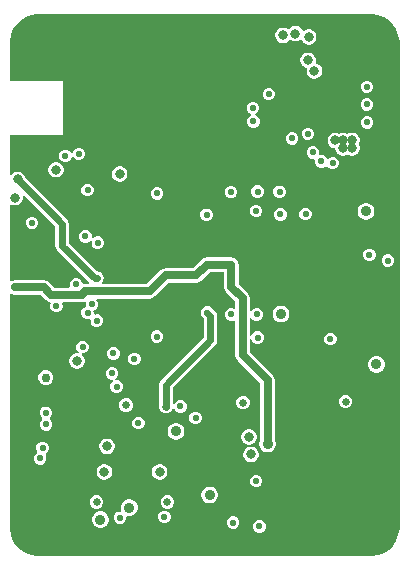
<source format=gbr>
%TF.GenerationSoftware,Altium Limited,Altium Designer,23.9.2 (47)*%
G04 Layer_Physical_Order=2*
G04 Layer_Color=36540*
%FSLAX45Y45*%
%MOMM*%
%TF.SameCoordinates,C6D65D71-24B2-464F-8DE7-77A712877E08*%
%TF.FilePolarity,Positive*%
%TF.FileFunction,Copper,L2,Inr,Signal*%
%TF.Part,Single*%
G01*
G75*
%TA.AperFunction,Conductor*%
%ADD42C,0.62000*%
%ADD45C,0.45000*%
%ADD50C,0.70000*%
%TA.AperFunction,ComponentPad*%
%ADD56C,4.00000*%
%ADD57O,1.15800X2.31600*%
%ADD58O,1.20000X2.40000*%
%ADD59C,0.60000*%
%ADD60C,0.63000*%
%TA.AperFunction,ViaPad*%
%ADD61C,0.55000*%
%ADD62C,0.80000*%
%ADD63C,0.50000*%
%ADD64C,0.90000*%
%ADD65C,0.65000*%
%ADD66C,0.75000*%
G36*
X3195089Y4707739D02*
X3241314Y4688592D01*
X3282916Y4660795D01*
X3318295Y4625416D01*
X3346092Y4583814D01*
X3365239Y4537589D01*
X3375000Y4488517D01*
Y4463500D01*
Y376500D01*
Y351483D01*
X3365239Y302411D01*
X3346092Y256186D01*
X3318295Y214585D01*
X3282916Y179205D01*
X3241314Y151408D01*
X3195089Y132261D01*
X3146017Y122500D01*
X329000D01*
X303983Y122500D01*
X254911Y132261D01*
X208686Y151408D01*
X167085Y179205D01*
X131706Y214585D01*
X103908Y256186D01*
X84761Y302411D01*
X75000Y351483D01*
Y376500D01*
Y2342037D01*
X87700Y2348825D01*
X95813Y2343405D01*
X119380Y2338717D01*
X338570D01*
X383233Y2294054D01*
X403212Y2280705D01*
X414195Y2278520D01*
X421466Y2264125D01*
X417000Y2253342D01*
Y2232298D01*
X425054Y2212855D01*
X439935Y2197974D01*
X459378Y2189920D01*
X480422D01*
X499865Y2197974D01*
X514746Y2212855D01*
X522800Y2232298D01*
Y2253342D01*
X518668Y2263317D01*
X527154Y2276017D01*
X684109D01*
X707675Y2280705D01*
X711160Y2283033D01*
X721419Y2274613D01*
X718009Y2266381D01*
Y2245336D01*
X721660Y2236522D01*
X704095Y2229246D01*
X689214Y2214365D01*
X681160Y2194922D01*
Y2173878D01*
X689214Y2154435D01*
X704095Y2139554D01*
X723538Y2131500D01*
X744582D01*
X747368Y2132654D01*
X758688Y2123596D01*
Y2108277D01*
X766741Y2088835D01*
X781622Y2073954D01*
X801065Y2065900D01*
X822110D01*
X841553Y2073954D01*
X856434Y2088835D01*
X864487Y2108277D01*
Y2129322D01*
X856434Y2148765D01*
X841553Y2163646D01*
X822110Y2171700D01*
X801065D01*
X798280Y2170546D01*
X786960Y2179604D01*
Y2194922D01*
X783309Y2203736D01*
X800874Y2211012D01*
X815755Y2225893D01*
X823809Y2245336D01*
Y2266381D01*
X815755Y2285824D01*
X808582Y2292997D01*
X813843Y2305697D01*
X1259840D01*
X1283407Y2310385D01*
X1303386Y2323734D01*
X1419969Y2440317D01*
X1651000D01*
X1674567Y2445005D01*
X1694546Y2458354D01*
X1767949Y2531757D01*
X1889137D01*
Y2402840D01*
X1893825Y2379273D01*
X1907174Y2359294D01*
X1985657Y2280811D01*
Y2228169D01*
X1972956Y2219748D01*
X1961242Y2224600D01*
X1940198D01*
X1920755Y2216546D01*
X1905874Y2201665D01*
X1897820Y2182222D01*
Y2161178D01*
X1905874Y2141735D01*
X1920755Y2126854D01*
X1940198Y2118800D01*
X1961242D01*
X1972956Y2123652D01*
X1985657Y2115231D01*
Y1823720D01*
X1990345Y1800153D01*
X2003694Y1780174D01*
X2196477Y1587391D01*
Y1108555D01*
X2192458Y1101593D01*
X2187660Y1083688D01*
Y1065152D01*
X2192458Y1047247D01*
X2201726Y1031193D01*
X2214833Y1018086D01*
X2230887Y1008818D01*
X2248792Y1004020D01*
X2267328D01*
X2285233Y1008818D01*
X2301287Y1018086D01*
X2314394Y1031193D01*
X2323662Y1047247D01*
X2328460Y1065152D01*
Y1083688D01*
X2323662Y1101593D01*
X2319643Y1108555D01*
Y1612900D01*
X2314955Y1636467D01*
X2301606Y1656446D01*
X2108823Y1849229D01*
Y1965149D01*
X2121483Y1965246D01*
X2129537Y1945804D01*
X2144418Y1930923D01*
X2163861Y1922869D01*
X2184905D01*
X2204348Y1930923D01*
X2219229Y1945804D01*
X2227283Y1965247D01*
Y1986291D01*
X2219229Y2005734D01*
X2204348Y2020615D01*
X2184905Y2028669D01*
X2163861D01*
X2144418Y2020615D01*
X2129537Y2005734D01*
X2121483Y1986292D01*
X2108823Y1986388D01*
Y2139813D01*
X2121523Y2142339D01*
X2121774Y2141735D01*
X2136655Y2126854D01*
X2156098Y2118800D01*
X2177142D01*
X2196585Y2126854D01*
X2211466Y2141735D01*
X2219520Y2161178D01*
Y2182222D01*
X2211466Y2201665D01*
X2196585Y2216546D01*
X2177142Y2224600D01*
X2156098D01*
X2136655Y2216546D01*
X2121774Y2201665D01*
X2121523Y2201061D01*
X2108823Y2203587D01*
Y2306320D01*
X2104135Y2329887D01*
X2090786Y2349866D01*
X2012303Y2428349D01*
Y2593340D01*
X2007615Y2616907D01*
X1994266Y2636886D01*
X1974287Y2650235D01*
X1950720Y2654923D01*
X1742440D01*
X1718873Y2650235D01*
X1698894Y2636886D01*
X1625491Y2563483D01*
X1394460D01*
X1370893Y2558795D01*
X1350914Y2545446D01*
X1234331Y2428863D01*
X862068D01*
X857039Y2441563D01*
X867152Y2456699D01*
X871529Y2478705D01*
X867152Y2500711D01*
X854686Y2519367D01*
X836030Y2531832D01*
X817283Y2535561D01*
X574395Y2778449D01*
Y2940050D01*
X570018Y2962056D01*
X557552Y2980712D01*
X204963Y3333301D01*
X203183Y3339944D01*
X194573Y3354857D01*
X182397Y3367033D01*
X167484Y3375643D01*
X150850Y3380100D01*
X133630D01*
X116996Y3375643D01*
X102083Y3367033D01*
X89907Y3354857D01*
X87700Y3351035D01*
X75000Y3354438D01*
Y3690000D01*
X527500D01*
Y4145000D01*
X75000D01*
Y4463500D01*
X75000Y4488517D01*
X84761Y4537589D01*
X103907Y4583814D01*
X131704Y4625416D01*
X167083Y4660795D01*
X208685Y4688592D01*
X254910Y4707739D01*
X303983Y4717500D01*
X329000Y4717500D01*
X3121000Y4717500D01*
X3146017D01*
X3195089Y4707739D01*
D02*
G37*
G36*
X459385Y2916230D02*
Y2754630D01*
X463763Y2732623D01*
X476228Y2713968D01*
X748632Y2441563D01*
X743653Y2428863D01*
X713789D01*
X700257Y2426172D01*
X690440Y2434229D01*
Y2436023D01*
X682386Y2455465D01*
X667505Y2470346D01*
X648062Y2478400D01*
X627018D01*
X607575Y2470346D01*
X592694Y2455465D01*
X584640Y2436023D01*
Y2414978D01*
X586808Y2409743D01*
X579752Y2399183D01*
X452288D01*
X407625Y2443846D01*
X387646Y2457195D01*
X364079Y2461883D01*
X119380D01*
X95813Y2457195D01*
X87700Y2451775D01*
X75000Y2458563D01*
Y3095200D01*
X87700Y3102533D01*
X94136Y3098817D01*
X110770Y3094360D01*
X127990D01*
X144624Y3098817D01*
X159537Y3107427D01*
X171713Y3119603D01*
X180323Y3134516D01*
X184780Y3151150D01*
Y3168370D01*
X183131Y3174524D01*
X194518Y3181098D01*
X459385Y2916230D01*
D02*
G37*
%LPC*%
G36*
X2502890Y4614540D02*
X2485670D01*
X2469036Y4610083D01*
X2454123Y4601473D01*
X2441947Y4589297D01*
X2440921Y4587520D01*
X2430232Y4586112D01*
X2415319Y4594723D01*
X2398685Y4599180D01*
X2381465D01*
X2364832Y4594723D01*
X2349919Y4586112D01*
X2337742Y4573936D01*
X2329132Y4559023D01*
X2324675Y4542390D01*
Y4525170D01*
X2329132Y4508536D01*
X2337742Y4493623D01*
X2349919Y4481447D01*
X2364832Y4472837D01*
X2381465Y4468380D01*
X2398685D01*
X2415319Y4472837D01*
X2430232Y4481447D01*
X2442408Y4493623D01*
X2443434Y4495400D01*
X2454124Y4496807D01*
X2469036Y4488197D01*
X2485670Y4483740D01*
X2502890D01*
X2519524Y4488197D01*
X2531495Y4495109D01*
X2540155Y4494031D01*
X2546528Y4490938D01*
X2553707Y4478503D01*
X2565883Y4466327D01*
X2580796Y4457717D01*
X2597430Y4453260D01*
X2614650D01*
X2631284Y4457717D01*
X2646197Y4466327D01*
X2658373Y4478503D01*
X2666983Y4493416D01*
X2671440Y4510050D01*
Y4527270D01*
X2666983Y4543904D01*
X2658373Y4558817D01*
X2646197Y4570993D01*
X2631284Y4579603D01*
X2614650Y4584060D01*
X2597430D01*
X2580796Y4579603D01*
X2568825Y4572691D01*
X2560165Y4573769D01*
X2553792Y4576862D01*
X2546613Y4589297D01*
X2534437Y4601473D01*
X2519524Y4610083D01*
X2502890Y4614540D01*
D02*
G37*
G36*
X2609570Y4388480D02*
X2592350D01*
X2575716Y4384023D01*
X2560803Y4375413D01*
X2548627Y4363237D01*
X2540017Y4348324D01*
X2535560Y4331690D01*
Y4314470D01*
X2540017Y4297836D01*
X2548627Y4282923D01*
X2560803Y4270747D01*
X2575716Y4262137D01*
X2581993Y4260455D01*
X2592274Y4257224D01*
X2590385Y4245794D01*
X2588900Y4240250D01*
Y4223030D01*
X2593357Y4206396D01*
X2601967Y4191483D01*
X2614143Y4179307D01*
X2629056Y4170697D01*
X2645690Y4166240D01*
X2662910D01*
X2679544Y4170697D01*
X2694457Y4179307D01*
X2706633Y4191483D01*
X2715243Y4206396D01*
X2719700Y4223030D01*
Y4240250D01*
X2715243Y4256884D01*
X2706633Y4271797D01*
X2694457Y4283973D01*
X2679544Y4292583D01*
X2673267Y4294265D01*
X2662986Y4297496D01*
X2664875Y4308926D01*
X2666360Y4314470D01*
Y4331690D01*
X2661903Y4348324D01*
X2653293Y4363237D01*
X2641117Y4375413D01*
X2626204Y4384023D01*
X2609570Y4388480D01*
D02*
G37*
G36*
X3108900Y4151338D02*
X3087855D01*
X3068412Y4143284D01*
X3053532Y4128403D01*
X3045478Y4108960D01*
Y4087915D01*
X3053532Y4068472D01*
X3068412Y4053592D01*
X3087855Y4045538D01*
X3108900D01*
X3128343Y4053592D01*
X3143224Y4068472D01*
X3151278Y4087915D01*
Y4108960D01*
X3143224Y4128403D01*
X3128343Y4143284D01*
X3108900Y4151338D01*
D02*
G37*
G36*
X2279035Y4090045D02*
X2257990D01*
X2238547Y4081991D01*
X2223666Y4067110D01*
X2215613Y4047667D01*
Y4026622D01*
X2223666Y4007179D01*
X2238547Y3992299D01*
X2257990Y3984245D01*
X2279035D01*
X2298478Y3992299D01*
X2313359Y4007179D01*
X2321412Y4026622D01*
Y4047667D01*
X2313359Y4067110D01*
X2298478Y4081991D01*
X2279035Y4090045D01*
D02*
G37*
G36*
X3109322Y4002600D02*
X3088278D01*
X3068835Y3994546D01*
X3053954Y3979665D01*
X3045900Y3960222D01*
Y3939178D01*
X3053954Y3919735D01*
X3068835Y3904854D01*
X3088278Y3896800D01*
X3109322D01*
X3128765Y3904854D01*
X3143646Y3919735D01*
X3151700Y3939178D01*
Y3960222D01*
X3143646Y3979665D01*
X3128765Y3994546D01*
X3109322Y4002600D01*
D02*
G37*
G36*
X2144122Y3972120D02*
X2123078D01*
X2103635Y3964066D01*
X2088754Y3949185D01*
X2080700Y3929742D01*
Y3908698D01*
X2088754Y3889255D01*
X2103635Y3874374D01*
X2117105Y3868794D01*
Y3855048D01*
X2107854Y3851216D01*
X2092973Y3836335D01*
X2084920Y3816892D01*
Y3795847D01*
X2092973Y3776404D01*
X2107854Y3761523D01*
X2127297Y3753470D01*
X2148342D01*
X2167785Y3761523D01*
X2182666Y3776404D01*
X2190719Y3795847D01*
Y3816892D01*
X2182666Y3836335D01*
X2167785Y3851216D01*
X2154314Y3856795D01*
Y3870542D01*
X2163565Y3874374D01*
X2178446Y3889255D01*
X2186500Y3908698D01*
Y3929742D01*
X2178446Y3949185D01*
X2163565Y3964066D01*
X2144122Y3972120D01*
D02*
G37*
G36*
X3111709Y3850206D02*
X3090664D01*
X3071221Y3842153D01*
X3056340Y3827272D01*
X3048287Y3807829D01*
Y3786784D01*
X3056340Y3767341D01*
X3071221Y3752460D01*
X3090664Y3744407D01*
X3111709D01*
X3131152Y3752460D01*
X3146033Y3767341D01*
X3154086Y3786784D01*
Y3807829D01*
X3146033Y3827272D01*
X3131152Y3842153D01*
X3111709Y3850206D01*
D02*
G37*
G36*
X2903191Y3710765D02*
X2885970D01*
X2869337Y3706308D01*
X2862937Y3702613D01*
X2857344Y3705843D01*
X2840710Y3710300D01*
X2823490D01*
X2806856Y3705843D01*
X2791943Y3697233D01*
X2779767Y3685057D01*
X2771157Y3670144D01*
X2766700Y3653510D01*
Y3636290D01*
X2771157Y3619656D01*
X2779767Y3604743D01*
X2791943Y3592567D01*
X2806856Y3583957D01*
X2823490Y3579500D01*
X2832067D01*
Y3569679D01*
X2836524Y3553045D01*
X2845134Y3538132D01*
X2857310Y3525956D01*
X2872223Y3517346D01*
X2888857Y3512889D01*
X2906077D01*
X2922710Y3517346D01*
X2937328Y3525785D01*
X2946556Y3520457D01*
X2963190Y3516000D01*
X2980410D01*
X2997044Y3520457D01*
X3011957Y3529067D01*
X3024133Y3541243D01*
X3032743Y3556156D01*
X3037200Y3572790D01*
Y3590010D01*
X3032743Y3606644D01*
X3028987Y3613150D01*
X3032743Y3619656D01*
X3037200Y3636290D01*
Y3653510D01*
X3032743Y3670144D01*
X3024133Y3685057D01*
X3011957Y3697233D01*
X2997044Y3705843D01*
X2980410Y3710300D01*
X2963190D01*
X2946556Y3705843D01*
X2933593Y3698359D01*
X2919824Y3706308D01*
X2903191Y3710765D01*
D02*
G37*
G36*
X2610007Y3752900D02*
X2588963D01*
X2569520Y3744846D01*
X2554639Y3729965D01*
X2546585Y3710522D01*
Y3689478D01*
X2554639Y3670035D01*
X2569520Y3655154D01*
X2588963Y3647100D01*
X2610007D01*
X2629450Y3655154D01*
X2644331Y3670035D01*
X2652385Y3689478D01*
Y3710522D01*
X2644331Y3729965D01*
X2629450Y3744846D01*
X2610007Y3752900D01*
D02*
G37*
G36*
X2476862Y3715580D02*
X2455818D01*
X2436375Y3707526D01*
X2421494Y3692645D01*
X2413440Y3673202D01*
Y3652158D01*
X2421494Y3632715D01*
X2436375Y3617834D01*
X2455818Y3609780D01*
X2476862D01*
X2496305Y3617834D01*
X2511186Y3632715D01*
X2519240Y3652158D01*
Y3673202D01*
X2511186Y3692645D01*
X2496305Y3707526D01*
X2476862Y3715580D01*
D02*
G37*
G36*
X670922Y3583500D02*
X649878D01*
X630435Y3575446D01*
X615554Y3560565D01*
X607500Y3541122D01*
Y3536008D01*
X594800Y3533481D01*
X590946Y3542785D01*
X576065Y3557666D01*
X556622Y3565720D01*
X535578D01*
X516135Y3557666D01*
X501254Y3542785D01*
X493200Y3523342D01*
Y3502298D01*
X501254Y3482855D01*
X516135Y3467974D01*
X535578Y3459920D01*
X556622D01*
X576065Y3467974D01*
X590946Y3482855D01*
X599000Y3502298D01*
Y3507412D01*
X611700Y3509939D01*
X615554Y3500635D01*
X630435Y3485754D01*
X649878Y3477700D01*
X670922D01*
X690365Y3485754D01*
X705246Y3500635D01*
X713300Y3520078D01*
Y3541122D01*
X705246Y3560565D01*
X690365Y3575446D01*
X670922Y3583500D01*
D02*
G37*
G36*
X2652122Y3596200D02*
X2631078D01*
X2611635Y3588146D01*
X2596754Y3573265D01*
X2588700Y3553822D01*
Y3532778D01*
X2596754Y3513335D01*
X2611635Y3498454D01*
X2631078Y3490400D01*
X2652122D01*
X2661159Y3480397D01*
X2659793Y3477100D01*
Y3456055D01*
X2667847Y3436612D01*
X2682728Y3421732D01*
X2702171Y3413678D01*
X2723216D01*
X2742658Y3421732D01*
X2749158Y3428231D01*
X2764139Y3425252D01*
X2765291Y3422472D01*
X2780171Y3407591D01*
X2799614Y3399538D01*
X2820659D01*
X2840102Y3407591D01*
X2854983Y3422472D01*
X2863037Y3441915D01*
Y3462960D01*
X2854983Y3482403D01*
X2840102Y3497284D01*
X2820659Y3505337D01*
X2799614D01*
X2780171Y3497284D01*
X2773672Y3490784D01*
X2758691Y3493763D01*
X2757539Y3496543D01*
X2742658Y3511424D01*
X2723216Y3519478D01*
X2702171D01*
X2693134Y3529481D01*
X2694500Y3532778D01*
Y3553822D01*
X2686446Y3573265D01*
X2671565Y3588146D01*
X2652122Y3596200D01*
D02*
G37*
G36*
X476610Y3462020D02*
X459390D01*
X442756Y3457563D01*
X427843Y3448953D01*
X415667Y3436776D01*
X407057Y3421863D01*
X402600Y3405230D01*
Y3388010D01*
X407057Y3371376D01*
X415667Y3356463D01*
X427843Y3344287D01*
X442756Y3335677D01*
X459390Y3331220D01*
X476610D01*
X493243Y3335677D01*
X508156Y3344287D01*
X520333Y3356463D01*
X528943Y3371376D01*
X533400Y3388010D01*
Y3405230D01*
X528943Y3421863D01*
X520333Y3436776D01*
X508156Y3448953D01*
X493243Y3457563D01*
X476610Y3462020D01*
D02*
G37*
G36*
X1014450Y3425820D02*
X997230D01*
X980596Y3421363D01*
X965683Y3412753D01*
X953507Y3400577D01*
X944897Y3385664D01*
X940440Y3369030D01*
Y3351810D01*
X944897Y3335176D01*
X953507Y3320263D01*
X965683Y3308087D01*
X980596Y3299477D01*
X997230Y3295020D01*
X1014450D01*
X1031084Y3299477D01*
X1045997Y3308087D01*
X1058173Y3320263D01*
X1066783Y3335176D01*
X1071240Y3351810D01*
Y3369030D01*
X1066783Y3385664D01*
X1058173Y3400577D01*
X1045997Y3412753D01*
X1031084Y3421363D01*
X1014450Y3425820D01*
D02*
G37*
G36*
X744582Y3276160D02*
X723538D01*
X704095Y3268106D01*
X689214Y3253225D01*
X681160Y3233782D01*
Y3212738D01*
X689214Y3193295D01*
X704095Y3178414D01*
X723538Y3170360D01*
X744582D01*
X764025Y3178414D01*
X778906Y3193295D01*
X786960Y3212738D01*
Y3233782D01*
X778906Y3253225D01*
X764025Y3268106D01*
X744582Y3276160D01*
D02*
G37*
G36*
X2183536Y3264022D02*
X2162491D01*
X2143048Y3255968D01*
X2128167Y3241087D01*
X2120114Y3221644D01*
Y3200599D01*
X2128167Y3181156D01*
X2143048Y3166276D01*
X2162491Y3158222D01*
X2183536D01*
X2202979Y3166276D01*
X2217860Y3181156D01*
X2225914Y3200599D01*
Y3221644D01*
X2217860Y3241087D01*
X2202979Y3255968D01*
X2183536Y3264022D01*
D02*
G37*
G36*
X2370345Y3262758D02*
X2349300D01*
X2329857Y3254705D01*
X2314976Y3239824D01*
X2306922Y3220381D01*
Y3199336D01*
X2314976Y3179893D01*
X2329857Y3165012D01*
X2349300Y3156959D01*
X2370345D01*
X2389788Y3165012D01*
X2404669Y3179893D01*
X2412722Y3199336D01*
Y3220381D01*
X2404669Y3239824D01*
X2389788Y3254705D01*
X2370345Y3262758D01*
D02*
G37*
G36*
X1958702Y3260920D02*
X1937658D01*
X1918215Y3252866D01*
X1903334Y3237985D01*
X1895280Y3218542D01*
Y3197498D01*
X1903334Y3178055D01*
X1918215Y3163174D01*
X1937658Y3155120D01*
X1958702D01*
X1978145Y3163174D01*
X1993026Y3178055D01*
X2001080Y3197498D01*
Y3218542D01*
X1993026Y3237985D01*
X1978145Y3252866D01*
X1958702Y3260920D01*
D02*
G37*
G36*
X1332862Y3248189D02*
X1311818D01*
X1292375Y3240135D01*
X1277494Y3225254D01*
X1269440Y3205811D01*
Y3184766D01*
X1277494Y3165323D01*
X1292375Y3150443D01*
X1311818Y3142389D01*
X1332862D01*
X1352305Y3150443D01*
X1367186Y3165323D01*
X1375240Y3184766D01*
Y3205811D01*
X1367186Y3225254D01*
X1352305Y3240135D01*
X1332862Y3248189D01*
D02*
G37*
G36*
X2171342Y3099744D02*
X2150297D01*
X2130855Y3091691D01*
X2115974Y3076810D01*
X2107920Y3057367D01*
Y3036322D01*
X2115974Y3016879D01*
X2130855Y3001998D01*
X2150297Y2993944D01*
X2171342D01*
X2190785Y3001998D01*
X2205666Y3016879D01*
X2213720Y3036322D01*
Y3057367D01*
X2205666Y3076810D01*
X2190785Y3091691D01*
X2171342Y3099744D01*
D02*
G37*
G36*
X3100489Y3114655D02*
X3081952D01*
X3064047Y3109858D01*
X3047994Y3100589D01*
X3034886Y3087482D01*
X3025618Y3071429D01*
X3020820Y3053524D01*
Y3034987D01*
X3025618Y3017082D01*
X3034886Y3001029D01*
X3047994Y2987921D01*
X3064047Y2978653D01*
X3081952Y2973855D01*
X3100489D01*
X3118394Y2978653D01*
X3134447Y2987921D01*
X3147554Y3001029D01*
X3156823Y3017082D01*
X3161620Y3034987D01*
Y3053524D01*
X3156823Y3071429D01*
X3147554Y3087482D01*
X3134447Y3100589D01*
X3118394Y3109858D01*
X3100489Y3114655D01*
D02*
G37*
G36*
X2590417Y3073705D02*
X2569372D01*
X2549929Y3065651D01*
X2535048Y3050771D01*
X2526995Y3031328D01*
Y3010283D01*
X2535048Y2990840D01*
X2549929Y2975959D01*
X2569372Y2967905D01*
X2590417D01*
X2609860Y2975959D01*
X2624741Y2990840D01*
X2632794Y3010283D01*
Y3031328D01*
X2624741Y3050771D01*
X2609860Y3065651D01*
X2590417Y3073705D01*
D02*
G37*
G36*
X2377802Y3070420D02*
X2356758D01*
X2337315Y3062366D01*
X2322434Y3047485D01*
X2314380Y3028042D01*
Y3006998D01*
X2322434Y2987555D01*
X2337315Y2972674D01*
X2356758Y2964620D01*
X2377802D01*
X2397245Y2972674D01*
X2412126Y2987555D01*
X2420180Y3006998D01*
Y3028042D01*
X2412126Y3047485D01*
X2397245Y3062366D01*
X2377802Y3070420D01*
D02*
G37*
G36*
X1752962Y3067880D02*
X1731918D01*
X1712475Y3059826D01*
X1697594Y3044945D01*
X1689540Y3025502D01*
Y3004458D01*
X1697594Y2985015D01*
X1712475Y2970134D01*
X1731918Y2962080D01*
X1752962D01*
X1772405Y2970134D01*
X1787286Y2985015D01*
X1795340Y3004458D01*
Y3025502D01*
X1787286Y3044945D01*
X1772405Y3059826D01*
X1752962Y3067880D01*
D02*
G37*
G36*
X724977Y2884618D02*
X703932D01*
X684489Y2876565D01*
X669608Y2861684D01*
X661555Y2842241D01*
Y2821196D01*
X669608Y2801753D01*
X684489Y2786872D01*
X703932Y2778819D01*
X724977D01*
X744420Y2786872D01*
X759300Y2801753D01*
X770454Y2796710D01*
X767520Y2788843D01*
X767520Y2785043D01*
Y2767798D01*
X775574Y2748355D01*
X790455Y2733474D01*
X809898Y2725421D01*
X830942D01*
X850385Y2733474D01*
X865266Y2748355D01*
X873320Y2767798D01*
Y2788843D01*
X865266Y2808286D01*
X850385Y2823167D01*
X830942Y2831220D01*
X809898D01*
X790455Y2823167D01*
X775574Y2808286D01*
X764421Y2813329D01*
X767355Y2821196D01*
X767354Y2824996D01*
Y2842241D01*
X759301Y2861684D01*
X744420Y2876565D01*
X724977Y2884618D01*
D02*
G37*
G36*
X3130390Y2728132D02*
X3109345D01*
X3089902Y2720079D01*
X3075021Y2705198D01*
X3066967Y2685755D01*
Y2664710D01*
X3075021Y2645267D01*
X3089902Y2630386D01*
X3109345Y2622333D01*
X3130390D01*
X3149833Y2630386D01*
X3164714Y2645267D01*
X3172767Y2664710D01*
Y2685755D01*
X3164714Y2705198D01*
X3149833Y2720079D01*
X3130390Y2728132D01*
D02*
G37*
G36*
X3287122Y2679260D02*
X3266078D01*
X3246635Y2671206D01*
X3231754Y2656325D01*
X3223700Y2636882D01*
Y2615838D01*
X3231754Y2596395D01*
X3246635Y2581514D01*
X3266078Y2573460D01*
X3287122D01*
X3306565Y2581514D01*
X3321446Y2596395D01*
X3329500Y2615838D01*
Y2636882D01*
X3321446Y2656325D01*
X3306565Y2671206D01*
X3287122Y2679260D01*
D02*
G37*
G36*
X2379649Y2244520D02*
X2361112D01*
X2343207Y2239722D01*
X2327153Y2230454D01*
X2314046Y2217347D01*
X2304778Y2201294D01*
X2299980Y2183389D01*
Y2164852D01*
X2304778Y2146947D01*
X2314046Y2130893D01*
X2327153Y2117786D01*
X2343207Y2108518D01*
X2361112Y2103720D01*
X2379649D01*
X2397553Y2108518D01*
X2413607Y2117786D01*
X2426714Y2130893D01*
X2435982Y2146947D01*
X2440780Y2164852D01*
Y2183389D01*
X2435982Y2201294D01*
X2426714Y2217347D01*
X2413607Y2230454D01*
X2397553Y2239722D01*
X2379649Y2244520D01*
D02*
G37*
G36*
X1331322Y2036640D02*
X1310278D01*
X1290835Y2028586D01*
X1275954Y2013705D01*
X1267900Y1994262D01*
Y1973218D01*
X1275954Y1953775D01*
X1290835Y1938894D01*
X1310278Y1930840D01*
X1331322D01*
X1350765Y1938894D01*
X1365646Y1953775D01*
X1373700Y1973218D01*
Y1994262D01*
X1365646Y2013705D01*
X1350765Y2028586D01*
X1331322Y2036640D01*
D02*
G37*
G36*
X2799336Y2015362D02*
X2778291D01*
X2758848Y2007308D01*
X2743967Y1992428D01*
X2735914Y1972985D01*
Y1951940D01*
X2743967Y1932497D01*
X2758848Y1917616D01*
X2778291Y1909562D01*
X2799336D01*
X2818779Y1917616D01*
X2833660Y1932497D01*
X2841713Y1951940D01*
Y1972985D01*
X2833660Y1992428D01*
X2818779Y2007308D01*
X2799336Y2015362D01*
D02*
G37*
G36*
X963022Y1894120D02*
X941978D01*
X922535Y1886066D01*
X907654Y1871185D01*
X899600Y1851742D01*
Y1830697D01*
X907654Y1811254D01*
X922535Y1796374D01*
X941978Y1788320D01*
X963022D01*
X982465Y1796374D01*
X997346Y1811254D01*
X1005400Y1830697D01*
Y1851742D01*
X997346Y1871185D01*
X982465Y1886066D01*
X963022Y1894120D01*
D02*
G37*
G36*
X1140879Y1847061D02*
X1119834D01*
X1100391Y1839007D01*
X1085511Y1824126D01*
X1077457Y1804683D01*
Y1783638D01*
X1085511Y1764195D01*
X1100391Y1749315D01*
X1119834Y1741261D01*
X1140879D01*
X1160322Y1749315D01*
X1175203Y1764195D01*
X1183257Y1783638D01*
Y1804683D01*
X1175203Y1824126D01*
X1160322Y1839007D01*
X1140879Y1847061D01*
D02*
G37*
G36*
X703014Y1947336D02*
X681969D01*
X662526Y1939283D01*
X647645Y1924402D01*
X639591Y1904959D01*
Y1883914D01*
X647645Y1864471D01*
X657156Y1854960D01*
X651815Y1844542D01*
X650756Y1843400D01*
X634010D01*
X617376Y1838943D01*
X602463Y1830333D01*
X590287Y1818157D01*
X581677Y1803244D01*
X577220Y1786610D01*
Y1769390D01*
X581677Y1752756D01*
X590287Y1737843D01*
X602463Y1725667D01*
X617376Y1717057D01*
X634010Y1712600D01*
X651230D01*
X667864Y1717057D01*
X682777Y1725667D01*
X694953Y1737843D01*
X703563Y1752756D01*
X708020Y1769390D01*
Y1786610D01*
X703563Y1803244D01*
X694953Y1818157D01*
X684273Y1828837D01*
X685311Y1835070D01*
X688771Y1841537D01*
X703014D01*
X722457Y1849590D01*
X737337Y1864471D01*
X745391Y1883914D01*
Y1904959D01*
X737337Y1924402D01*
X722457Y1939283D01*
X703014Y1947336D01*
D02*
G37*
G36*
X3188629Y1817920D02*
X3170092D01*
X3152187Y1813122D01*
X3136133Y1803854D01*
X3123026Y1790747D01*
X3113758Y1774693D01*
X3108960Y1756788D01*
Y1738252D01*
X3113758Y1720347D01*
X3123026Y1704293D01*
X3136133Y1691186D01*
X3152187Y1681918D01*
X3170092Y1677120D01*
X3188629D01*
X3206534Y1681918D01*
X3222587Y1691186D01*
X3235694Y1704293D01*
X3244963Y1720347D01*
X3249760Y1738252D01*
Y1756788D01*
X3244963Y1774693D01*
X3235694Y1790747D01*
X3222587Y1803854D01*
X3206534Y1813122D01*
X3188629Y1817920D01*
D02*
G37*
G36*
X393512Y1698660D02*
X368488D01*
X345370Y1689084D01*
X327676Y1671390D01*
X318100Y1648272D01*
Y1623248D01*
X327676Y1600130D01*
X345370Y1582436D01*
X368488Y1572860D01*
X393512D01*
X416630Y1582436D01*
X434324Y1600130D01*
X443900Y1623248D01*
Y1648272D01*
X434324Y1671390D01*
X416630Y1689084D01*
X393512Y1698660D01*
D02*
G37*
G36*
X952862Y1724220D02*
X931818D01*
X912375Y1716166D01*
X897494Y1701285D01*
X889440Y1681842D01*
Y1660798D01*
X897494Y1641355D01*
X912375Y1626474D01*
X931818Y1618420D01*
X952862D01*
X955981Y1606687D01*
X950475Y1604406D01*
X935594Y1589525D01*
X927540Y1570082D01*
Y1549038D01*
X935594Y1529595D01*
X950475Y1514714D01*
X969918Y1506660D01*
X990962D01*
X1010405Y1514714D01*
X1025286Y1529595D01*
X1033340Y1549038D01*
Y1570082D01*
X1025286Y1589525D01*
X1010405Y1604406D01*
X990962Y1612460D01*
X969918D01*
X966799Y1624193D01*
X972305Y1626474D01*
X987186Y1641355D01*
X995240Y1660798D01*
Y1681842D01*
X987186Y1701285D01*
X972305Y1716166D01*
X952862Y1724220D01*
D02*
G37*
G36*
X2930026Y1491133D02*
X2906992D01*
X2885711Y1482318D01*
X2869424Y1466030D01*
X2860609Y1444750D01*
Y1421715D01*
X2869424Y1400435D01*
X2885711Y1384147D01*
X2906992Y1375333D01*
X2930026D01*
X2951307Y1384147D01*
X2967594Y1400435D01*
X2976409Y1421715D01*
Y1444750D01*
X2967594Y1466030D01*
X2951307Y1482318D01*
X2930026Y1491133D01*
D02*
G37*
G36*
X2063837Y1482840D02*
X2040803D01*
X2019522Y1474025D01*
X2003235Y1457738D01*
X1994420Y1436457D01*
Y1413423D01*
X2003235Y1392142D01*
X2019522Y1375855D01*
X2040803Y1367040D01*
X2063837D01*
X2085118Y1375855D01*
X2101405Y1392142D01*
X2110220Y1413423D01*
Y1436457D01*
X2101405Y1457738D01*
X2085118Y1474025D01*
X2063837Y1482840D01*
D02*
G37*
G36*
X1073237Y1459980D02*
X1050203D01*
X1028922Y1451165D01*
X1012635Y1434878D01*
X1003820Y1413597D01*
Y1390563D01*
X1012635Y1369282D01*
X1028922Y1352995D01*
X1050203Y1344180D01*
X1073237D01*
X1094518Y1352995D01*
X1110805Y1369282D01*
X1119620Y1390563D01*
Y1413597D01*
X1110805Y1434878D01*
X1094518Y1451165D01*
X1073237Y1459980D01*
D02*
G37*
G36*
X1747624Y2244322D02*
X1725618Y2239945D01*
X1706962Y2227479D01*
X1694496Y2208823D01*
X1690119Y2186817D01*
X1694496Y2164811D01*
X1706962Y2146155D01*
X1715415Y2137702D01*
Y1974539D01*
X1356743Y1615867D01*
X1344278Y1597212D01*
X1339901Y1575205D01*
Y1391907D01*
X1339916Y1391829D01*
Y1379979D01*
X1348731Y1358698D01*
X1365018Y1342411D01*
X1386299Y1333596D01*
X1409333D01*
X1430614Y1342411D01*
X1446901Y1358698D01*
X1454289Y1376533D01*
X1466972Y1377896D01*
X1467512Y1377796D01*
X1474074Y1361955D01*
X1488955Y1347074D01*
X1508398Y1339020D01*
X1529442D01*
X1548885Y1347074D01*
X1563766Y1361955D01*
X1571820Y1381398D01*
Y1402442D01*
X1563766Y1421885D01*
X1548885Y1436766D01*
X1529442Y1444820D01*
X1508398D01*
X1488955Y1436766D01*
X1474074Y1421885D01*
X1467610Y1406281D01*
X1454910Y1408807D01*
Y1551386D01*
X1813582Y1910058D01*
X1826048Y1928714D01*
X1830425Y1950720D01*
Y2161520D01*
X1830425Y2161521D01*
X1826048Y2183528D01*
X1813582Y2202183D01*
X1788286Y2227479D01*
X1769630Y2239945D01*
X1747624Y2244322D01*
D02*
G37*
G36*
X1658514Y1347504D02*
X1637469D01*
X1618026Y1339450D01*
X1603145Y1324570D01*
X1595092Y1305127D01*
Y1284082D01*
X1603145Y1264639D01*
X1618026Y1249758D01*
X1637469Y1241704D01*
X1658514D01*
X1677957Y1249758D01*
X1692838Y1264639D01*
X1700891Y1284082D01*
Y1305127D01*
X1692838Y1324570D01*
X1677957Y1339450D01*
X1658514Y1347504D01*
D02*
G37*
G36*
X1174902Y1304710D02*
X1153857D01*
X1134414Y1296657D01*
X1119533Y1281776D01*
X1111480Y1262333D01*
Y1241288D01*
X1119533Y1221845D01*
X1134414Y1206964D01*
X1153857Y1198911D01*
X1174902D01*
X1194345Y1206964D01*
X1209226Y1221845D01*
X1217280Y1241288D01*
Y1262333D01*
X1209226Y1281776D01*
X1194345Y1296657D01*
X1174902Y1304710D01*
D02*
G37*
G36*
X391522Y1391480D02*
X370478D01*
X351035Y1383426D01*
X336154Y1368545D01*
X328100Y1349102D01*
Y1328058D01*
X336154Y1308615D01*
X348692Y1296077D01*
X350773Y1291084D01*
X349734Y1280526D01*
X338694Y1269485D01*
X330640Y1250042D01*
Y1228998D01*
X338694Y1209555D01*
X353575Y1194674D01*
X373018Y1186620D01*
X394062D01*
X413505Y1194674D01*
X428386Y1209555D01*
X436440Y1228998D01*
Y1250042D01*
X428386Y1269485D01*
X415848Y1282023D01*
X413767Y1287016D01*
X414806Y1297574D01*
X425846Y1308615D01*
X433900Y1328058D01*
Y1349102D01*
X425846Y1368545D01*
X410965Y1383426D01*
X391522Y1391480D01*
D02*
G37*
G36*
X1491985Y1250628D02*
X1473448D01*
X1455543Y1245830D01*
X1439490Y1236562D01*
X1426383Y1223455D01*
X1417115Y1207401D01*
X1412317Y1189496D01*
Y1170960D01*
X1417115Y1153055D01*
X1426383Y1137001D01*
X1439490Y1123894D01*
X1455543Y1114626D01*
X1473448Y1109828D01*
X1491985D01*
X1509890Y1114626D01*
X1525944Y1123894D01*
X1539051Y1137001D01*
X1548319Y1153055D01*
X1553117Y1170960D01*
Y1189496D01*
X1548319Y1207401D01*
X1539051Y1223455D01*
X1525944Y1236562D01*
X1509890Y1245830D01*
X1491985Y1250628D01*
D02*
G37*
G36*
X2109190Y1200780D02*
X2091970D01*
X2075336Y1196323D01*
X2060423Y1187713D01*
X2048247Y1175537D01*
X2039637Y1160624D01*
X2035180Y1143990D01*
Y1126770D01*
X2039637Y1110136D01*
X2048247Y1095223D01*
X2060423Y1083047D01*
X2075336Y1074437D01*
X2091970Y1069980D01*
X2109190D01*
X2125824Y1074437D01*
X2140737Y1083047D01*
X2152913Y1095223D01*
X2161523Y1110136D01*
X2165980Y1126770D01*
Y1143990D01*
X2161523Y1160624D01*
X2152913Y1175537D01*
X2140737Y1187713D01*
X2125824Y1196323D01*
X2109190Y1200780D01*
D02*
G37*
G36*
X907729Y1119603D02*
X890509D01*
X873875Y1115146D01*
X858962Y1106536D01*
X846786Y1094360D01*
X838176Y1079447D01*
X833719Y1062813D01*
Y1045593D01*
X838176Y1028960D01*
X846786Y1014046D01*
X858962Y1001870D01*
X873875Y993260D01*
X890509Y988803D01*
X907729D01*
X924362Y993260D01*
X939275Y1001870D01*
X951451Y1014046D01*
X960062Y1028960D01*
X964519Y1045593D01*
Y1062813D01*
X960062Y1079447D01*
X951451Y1094360D01*
X939275Y1106536D01*
X924362Y1115146D01*
X907729Y1119603D01*
D02*
G37*
G36*
X2126970Y1050920D02*
X2109750D01*
X2093116Y1046463D01*
X2078203Y1037853D01*
X2066027Y1025677D01*
X2057417Y1010764D01*
X2052960Y994130D01*
Y976910D01*
X2057417Y960276D01*
X2066027Y945363D01*
X2078203Y933187D01*
X2093116Y924577D01*
X2109750Y920120D01*
X2126970D01*
X2143604Y924577D01*
X2158517Y933187D01*
X2170693Y945363D01*
X2179303Y960276D01*
X2183760Y976910D01*
Y994130D01*
X2179303Y1010764D01*
X2170693Y1025677D01*
X2158517Y1037853D01*
X2143604Y1046463D01*
X2126970Y1050920D01*
D02*
G37*
G36*
X364443Y1093440D02*
X343398D01*
X323955Y1085386D01*
X309074Y1070505D01*
X301020Y1051062D01*
Y1030017D01*
X307968Y1013244D01*
X306384Y998841D01*
X302775Y997346D01*
X287894Y982465D01*
X279840Y963022D01*
Y941978D01*
X287894Y922535D01*
X302775Y907654D01*
X322218Y899600D01*
X343262D01*
X362705Y907654D01*
X377586Y922535D01*
X385640Y941978D01*
Y963022D01*
X378692Y979796D01*
X380276Y994199D01*
X383885Y995694D01*
X398766Y1010575D01*
X406820Y1030017D01*
Y1051062D01*
X398766Y1070505D01*
X383885Y1085386D01*
X364443Y1093440D01*
D02*
G37*
G36*
X1352270Y901060D02*
X1335050D01*
X1318416Y896603D01*
X1303503Y887993D01*
X1291327Y875817D01*
X1282717Y860904D01*
X1278260Y844270D01*
Y827050D01*
X1282717Y810416D01*
X1291327Y795503D01*
X1303503Y783327D01*
X1318416Y774717D01*
X1335050Y770260D01*
X1352270D01*
X1368904Y774717D01*
X1383817Y783327D01*
X1395993Y795503D01*
X1404603Y810416D01*
X1409060Y827050D01*
Y844270D01*
X1404603Y860904D01*
X1395993Y875817D01*
X1383817Y887993D01*
X1368904Y896603D01*
X1352270Y901060D01*
D02*
G37*
G36*
X884910D02*
X867690D01*
X851056Y896603D01*
X836143Y887993D01*
X823967Y875817D01*
X815357Y860904D01*
X810900Y844270D01*
Y827050D01*
X815357Y810416D01*
X823967Y795503D01*
X836143Y783327D01*
X851056Y774717D01*
X867690Y770260D01*
X884910D01*
X901544Y774717D01*
X916457Y783327D01*
X928633Y795503D01*
X937243Y810416D01*
X941700Y827050D01*
Y844270D01*
X937243Y860904D01*
X928633Y875817D01*
X916457Y887993D01*
X901544Y896603D01*
X884910Y901060D01*
D02*
G37*
G36*
X2172062Y812360D02*
X2151018D01*
X2131575Y804306D01*
X2116694Y789425D01*
X2108640Y769982D01*
Y748938D01*
X2116694Y729495D01*
X2131575Y714614D01*
X2151018Y706560D01*
X2172062D01*
X2191505Y714614D01*
X2206386Y729495D01*
X2214440Y748938D01*
Y769982D01*
X2206386Y789425D01*
X2191505Y804306D01*
X2172062Y812360D01*
D02*
G37*
G36*
X1777108Y713020D02*
X1758572D01*
X1740667Y708222D01*
X1724613Y698954D01*
X1711506Y685847D01*
X1702238Y669793D01*
X1697440Y651888D01*
Y633352D01*
X1702238Y615447D01*
X1711506Y599393D01*
X1724613Y586286D01*
X1740667Y577018D01*
X1758572Y572220D01*
X1777108D01*
X1795013Y577018D01*
X1811067Y586286D01*
X1824174Y599393D01*
X1833442Y615447D01*
X1838240Y633352D01*
Y651888D01*
X1833442Y669793D01*
X1824174Y685847D01*
X1811067Y698954D01*
X1795013Y708222D01*
X1777108Y713020D01*
D02*
G37*
G36*
X1421318Y639400D02*
X1398682D01*
X1377769Y630738D01*
X1361763Y614731D01*
X1353100Y593818D01*
Y571182D01*
X1361763Y550269D01*
X1377769Y534263D01*
X1398682Y525600D01*
X1421318D01*
X1442231Y534263D01*
X1458238Y550269D01*
X1466900Y571182D01*
Y593818D01*
X1458238Y614731D01*
X1442231Y630738D01*
X1421318Y639400D01*
D02*
G37*
G36*
X821318D02*
X798682D01*
X777769Y630738D01*
X761763Y614731D01*
X753101Y593818D01*
Y571182D01*
X761763Y550269D01*
X777769Y534263D01*
X798682Y525600D01*
X821318D01*
X842231Y534263D01*
X858238Y550269D01*
X866900Y571182D01*
Y593818D01*
X858238Y614731D01*
X842231Y630738D01*
X821318Y639400D01*
D02*
G37*
G36*
X1096388Y606967D02*
X1077852D01*
X1059947Y602169D01*
X1043893Y592901D01*
X1030786Y579794D01*
X1021518Y563740D01*
X1016720Y545835D01*
Y527298D01*
X1020100Y514684D01*
X1012923Y503826D01*
X1010844Y502480D01*
X997858D01*
X978415Y494426D01*
X963534Y479545D01*
X955480Y460102D01*
Y439058D01*
X963534Y419615D01*
X978415Y404734D01*
X997858Y396680D01*
X1018902D01*
X1038345Y404734D01*
X1053226Y419615D01*
X1061280Y439058D01*
Y457459D01*
X1067790Y464829D01*
X1071848Y467776D01*
X1077852Y466167D01*
X1096388D01*
X1114293Y470965D01*
X1130347Y480233D01*
X1143454Y493340D01*
X1152722Y509393D01*
X1157520Y527298D01*
Y545835D01*
X1152722Y563740D01*
X1143454Y579794D01*
X1130347Y592901D01*
X1114293Y602169D01*
X1096388Y606967D01*
D02*
G37*
G36*
X1394822Y510100D02*
X1373778D01*
X1354335Y502046D01*
X1339454Y487165D01*
X1331400Y467722D01*
Y446678D01*
X1339454Y427235D01*
X1354335Y412354D01*
X1373778Y404300D01*
X1394822D01*
X1414265Y412354D01*
X1429146Y427235D01*
X1437200Y446678D01*
Y467722D01*
X1429146Y487165D01*
X1414265Y502046D01*
X1394822Y510100D01*
D02*
G37*
G36*
X852062Y504041D02*
X833525D01*
X815620Y499244D01*
X799567Y489975D01*
X786460Y476868D01*
X777191Y460815D01*
X772394Y442910D01*
Y424373D01*
X777191Y406468D01*
X786460Y390415D01*
X799567Y377307D01*
X815620Y368039D01*
X833525Y363241D01*
X852062D01*
X869967Y368039D01*
X886020Y377307D01*
X899127Y390415D01*
X908396Y406468D01*
X913193Y424373D01*
Y442910D01*
X908396Y460815D01*
X899127Y476868D01*
X886020Y489975D01*
X869967Y499244D01*
X852062Y504041D01*
D02*
G37*
G36*
X1976482Y462500D02*
X1955438D01*
X1935995Y454446D01*
X1921114Y439566D01*
X1913060Y420123D01*
Y399078D01*
X1921114Y379635D01*
X1935995Y364754D01*
X1955438Y356700D01*
X1976482D01*
X1995925Y364754D01*
X2010806Y379635D01*
X2018860Y399078D01*
Y420123D01*
X2010806Y439566D01*
X1995925Y454446D01*
X1976482Y462500D01*
D02*
G37*
G36*
X2200002Y428820D02*
X2178958D01*
X2159515Y420766D01*
X2144634Y405885D01*
X2136580Y386442D01*
Y365398D01*
X2144634Y345955D01*
X2159515Y331074D01*
X2178958Y323020D01*
X2200002D01*
X2219445Y331074D01*
X2234326Y345955D01*
X2242380Y365398D01*
Y386442D01*
X2234326Y405885D01*
X2219445Y420766D01*
X2200002Y428820D01*
D02*
G37*
G36*
X274039Y2999384D02*
X252994D01*
X233551Y2991330D01*
X218670Y2976449D01*
X210616Y2957006D01*
Y2935961D01*
X218670Y2916518D01*
X233551Y2901638D01*
X252994Y2893584D01*
X274039D01*
X293482Y2901638D01*
X308362Y2916518D01*
X316416Y2935961D01*
Y2957006D01*
X308362Y2976449D01*
X293482Y2991330D01*
X274039Y2999384D01*
D02*
G37*
%LPD*%
D42*
X516890Y2754630D02*
X792815Y2478705D01*
X814024D01*
X1397405Y1391907D02*
Y1575205D01*
Y1391907D02*
X1397816Y1391496D01*
X142240Y3314700D02*
X516890Y2940050D01*
Y2754630D02*
Y2940050D01*
X1772920Y1950720D02*
Y2161521D01*
X1747624Y2186817D02*
X1772920Y2161521D01*
X1397405Y1575205D02*
X1772920Y1950720D01*
D45*
X886460Y2369820D02*
X889000Y2367280D01*
D50*
X684109Y2337600D02*
X713789Y2367280D01*
X889000D01*
X426779Y2337600D02*
X684109D01*
X889000Y2367280D02*
X1259840D01*
X1394460Y2501900D01*
X1950720Y2402840D02*
Y2593340D01*
Y2402840D02*
X2047240Y2306320D01*
Y1823720D02*
Y2306320D01*
X2258060Y1074420D02*
Y1612900D01*
X2047240Y1823720D02*
X2258060Y1612900D01*
X1651000Y2501900D02*
X1742440Y2593340D01*
X1394460Y2501900D02*
X1651000D01*
X119380Y2400300D02*
X364079D01*
X426779Y2337600D01*
X1742440Y2593340D02*
X1950720D01*
D56*
X3125000Y4472500D02*
D03*
Y372500D02*
D03*
X325000Y4472500D02*
D03*
Y372500D02*
D03*
D57*
X1542000Y655000D02*
D03*
X678000D02*
D03*
D58*
X1542000Y272500D02*
D03*
X678000D02*
D03*
D59*
X810000Y582500D02*
D03*
D60*
D03*
X1410000D02*
D03*
D61*
X263516Y2946484D02*
D03*
X2540000Y4030000D02*
D03*
X2521990Y3734104D02*
D03*
X2466340Y3662680D02*
D03*
X2599485Y3700000D02*
D03*
X814024Y2478705D02*
D03*
X770909Y2255858D02*
D03*
X637540Y2425500D02*
D03*
X1953421Y2681198D02*
D03*
X2000001Y4600002D02*
D03*
X2100001Y4400002D02*
D03*
X1800001Y4600002D02*
D03*
X1900001Y4400002D02*
D03*
X1600001Y4600002D02*
D03*
X1700001Y4400002D02*
D03*
X1400001Y4600002D02*
D03*
X1500001Y4400002D02*
D03*
Y3600002D02*
D03*
X1400001Y200000D02*
D03*
X1200001Y4600002D02*
D03*
X1000001D02*
D03*
X800000D02*
D03*
X900000Y4400002D02*
D03*
Y3600002D02*
D03*
X600000Y4600002D02*
D03*
X700000Y4400002D02*
D03*
X600000Y4200002D02*
D03*
X300000Y3600002D02*
D03*
X1117600Y3500120D02*
D03*
X977900Y3515360D02*
D03*
X1394460Y3606800D02*
D03*
X1285240Y3655060D02*
D03*
X1150620Y3657600D02*
D03*
X1049020Y3817620D02*
D03*
X1059180Y3710940D02*
D03*
X894080Y3708400D02*
D03*
Y3807460D02*
D03*
X2159000Y3624580D02*
D03*
X2997200Y4064000D02*
D03*
X2951480Y4213860D02*
D03*
X2933700Y3746500D02*
D03*
X2565400Y4429760D02*
D03*
X2678577Y3227703D02*
D03*
X2475000Y2387500D02*
D03*
X2159000Y2879044D02*
D03*
X2104685Y1497185D02*
D03*
X1104900Y3373120D02*
D03*
X1623078Y1974126D02*
D03*
X946314Y1754634D02*
D03*
X622527Y2828988D02*
D03*
X511567Y1862634D02*
D03*
X1308505Y1360560D02*
D03*
X1600200Y911860D02*
D03*
Y972820D02*
D03*
X1164120Y1029500D02*
D03*
X600000Y600000D02*
D03*
Y500000D02*
D03*
X500000Y600000D02*
D03*
Y700000D02*
D03*
X443026Y866237D02*
D03*
X714455Y2831718D02*
D03*
X2810137Y3452437D02*
D03*
X1164380Y1251811D02*
D03*
X2161540Y759460D02*
D03*
X1647992Y1294604D02*
D03*
X3119867Y2675232D02*
D03*
X3276600Y2626360D02*
D03*
X2174383Y1975769D02*
D03*
X1950720Y2171700D02*
D03*
X1008380Y449580D02*
D03*
X1322340Y3195289D02*
D03*
X2137819Y3806370D02*
D03*
X2133600Y3919220D02*
D03*
X734060Y3223260D02*
D03*
X660400Y3530600D02*
D03*
X546100Y3512820D02*
D03*
X1742440Y3014980D02*
D03*
X469900Y2242820D02*
D03*
X1747624Y2186817D02*
D03*
X692491Y1894437D02*
D03*
X980440Y1559560D02*
D03*
X952500Y1841220D02*
D03*
X1320800Y1983740D02*
D03*
X2160820Y3046844D02*
D03*
X2173014Y3211122D02*
D03*
X2268513Y4037145D02*
D03*
X2579895Y3020805D02*
D03*
X2712693Y3466578D02*
D03*
X2641600Y3543300D02*
D03*
X2359822Y3209858D02*
D03*
X2367280Y3017520D02*
D03*
X3098800Y3949700D02*
D03*
X3098378Y4098438D02*
D03*
X3101187Y3797307D02*
D03*
X332740Y952500D02*
D03*
X353920Y1040540D02*
D03*
X119380Y2400300D02*
D03*
X942340Y1671320D02*
D03*
X383540Y1239520D02*
D03*
X381000Y1338580D02*
D03*
X811588Y2118800D02*
D03*
X2788814Y1962462D02*
D03*
X1518920Y1391920D02*
D03*
X1384300Y457200D02*
D03*
X1130357Y1794161D02*
D03*
X1948180Y3208020D02*
D03*
X2189480Y375920D02*
D03*
X1965960Y409600D02*
D03*
X1950720Y2593340D02*
D03*
X820420Y2778321D02*
D03*
X734060Y2184400D02*
D03*
X2166620Y2171700D02*
D03*
D62*
X2654300Y4231640D02*
D03*
X1343660Y835660D02*
D03*
X2897467Y3578289D02*
D03*
X2100580Y1135380D02*
D03*
X1005840Y3360420D02*
D03*
X468000Y3396620D02*
D03*
X142240Y3314700D02*
D03*
X119380Y3159760D02*
D03*
X2832100Y3644900D02*
D03*
X2894580Y3645365D02*
D03*
X2971800Y3581400D02*
D03*
Y3644900D02*
D03*
X2600960Y4323080D02*
D03*
X2606040Y4518660D02*
D03*
X2494280Y4549140D02*
D03*
X2390075Y4533780D02*
D03*
X899119Y1054203D02*
D03*
X2118360Y985520D02*
D03*
X642620Y1778000D02*
D03*
X876300Y835660D02*
D03*
D63*
X3282500Y4472500D02*
D03*
X3236370Y4583870D02*
D03*
Y4361131D02*
D03*
X3125000Y4315000D02*
D03*
Y4630000D02*
D03*
X3013631Y4583870D02*
D03*
Y4361131D02*
D03*
X2967500Y4472500D02*
D03*
X3236370Y483869D02*
D03*
X3125000Y530000D02*
D03*
X3013631Y483869D02*
D03*
X2967500Y372500D02*
D03*
X3282500D02*
D03*
X3236370Y261131D02*
D03*
X3125000Y215000D02*
D03*
X3013631Y261131D02*
D03*
X482500Y4472500D02*
D03*
X436370Y4583870D02*
D03*
Y4361131D02*
D03*
X325000Y4315000D02*
D03*
Y4630000D02*
D03*
X213631Y4583870D02*
D03*
Y4361131D02*
D03*
X167500Y4472500D02*
D03*
X325000Y530000D02*
D03*
X436370Y483869D02*
D03*
X213631D02*
D03*
X482500Y372500D02*
D03*
X436370Y261131D02*
D03*
X213631D02*
D03*
X167500Y372500D02*
D03*
X325000Y215000D02*
D03*
D64*
X1130300Y271780D02*
D03*
X3091220Y3044255D02*
D03*
X1482717Y1180228D02*
D03*
X3179360Y1747520D02*
D03*
X1767840Y642620D02*
D03*
X1087120Y536567D02*
D03*
X2370380Y2174120D02*
D03*
X2258060Y1074420D02*
D03*
X842794Y433641D02*
D03*
D65*
X1397816Y1391496D02*
D03*
X1950720Y2402840D02*
D03*
X2052320Y1424940D02*
D03*
X1061720Y1402080D02*
D03*
X2918509Y1433233D02*
D03*
D66*
X381000Y1635760D02*
D03*
%TF.MD5,106478861c7400079bb03a152b836b99*%
M02*

</source>
